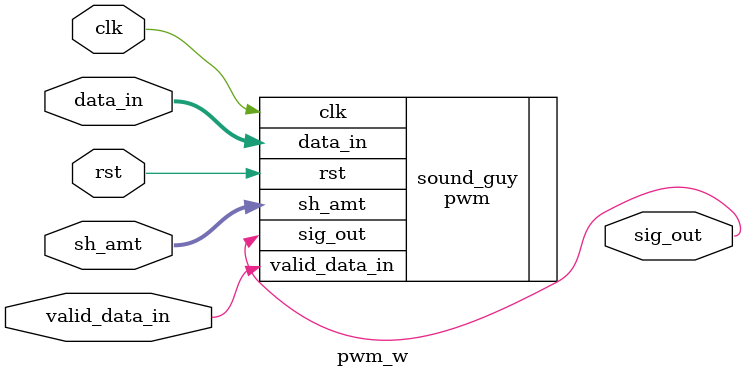
<source format=v>
`timescale 1ns / 1ps



module pwm_w(
        input wire clk,
        input wire rst,
        input wire [31:0] data_in,
        input wire valid_data_in,
        input wire [3:0] sh_amt,
        output wire sig_out
    );
    
    pwm sound_guy (
        .clk(clk),
        .rst(rst),
        .data_in(data_in),
        .valid_data_in(valid_data_in),
        .sh_amt(sh_amt),
        .sig_out(sig_out)
    );
endmodule

</source>
